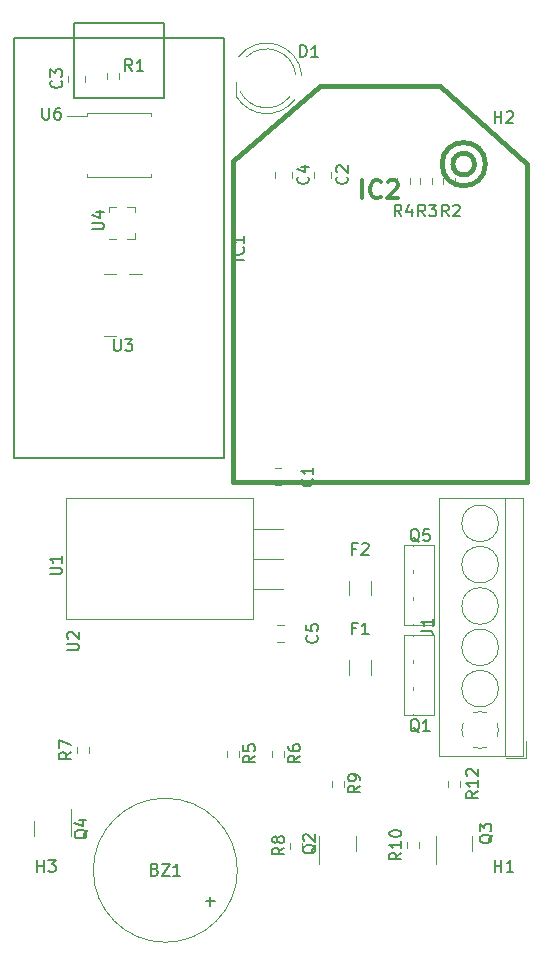
<source format=gto>
%TF.GenerationSoftware,KiCad,Pcbnew,(6.0.0-0)*%
%TF.CreationDate,2022-05-31T22:47:45-04:00*%
%TF.ProjectId,2021 - 2022 Flight Computer,32303231-202d-4203-9230-323220466c69,rev?*%
%TF.SameCoordinates,Original*%
%TF.FileFunction,Legend,Top*%
%TF.FilePolarity,Positive*%
%FSLAX46Y46*%
G04 Gerber Fmt 4.6, Leading zero omitted, Abs format (unit mm)*
G04 Created by KiCad (PCBNEW (6.0.0-0)) date 2022-05-31 22:47:45*
%MOMM*%
%LPD*%
G01*
G04 APERTURE LIST*
%ADD10C,0.150000*%
%ADD11C,0.304800*%
%ADD12C,0.120000*%
%ADD13C,0.381000*%
%ADD14C,0.100000*%
G04 APERTURE END LIST*
D10*
%TO.C,U3*%
X80738095Y-89652380D02*
X80738095Y-90461904D01*
X80785714Y-90557142D01*
X80833333Y-90604761D01*
X80928571Y-90652380D01*
X81119047Y-90652380D01*
X81214285Y-90604761D01*
X81261904Y-90557142D01*
X81309523Y-90461904D01*
X81309523Y-89652380D01*
X81690476Y-89652380D02*
X82309523Y-89652380D01*
X81976190Y-90033333D01*
X82119047Y-90033333D01*
X82214285Y-90080952D01*
X82261904Y-90128571D01*
X82309523Y-90223809D01*
X82309523Y-90461904D01*
X82261904Y-90557142D01*
X82214285Y-90604761D01*
X82119047Y-90652380D01*
X81833333Y-90652380D01*
X81738095Y-90604761D01*
X81690476Y-90557142D01*
%TO.C,U6*%
X74698095Y-70062380D02*
X74698095Y-70871904D01*
X74745714Y-70967142D01*
X74793333Y-71014761D01*
X74888571Y-71062380D01*
X75079047Y-71062380D01*
X75174285Y-71014761D01*
X75221904Y-70967142D01*
X75269523Y-70871904D01*
X75269523Y-70062380D01*
X76174285Y-70062380D02*
X75983809Y-70062380D01*
X75888571Y-70110000D01*
X75840952Y-70157619D01*
X75745714Y-70300476D01*
X75698095Y-70490952D01*
X75698095Y-70871904D01*
X75745714Y-70967142D01*
X75793333Y-71014761D01*
X75888571Y-71062380D01*
X76079047Y-71062380D01*
X76174285Y-71014761D01*
X76221904Y-70967142D01*
X76269523Y-70871904D01*
X76269523Y-70633809D01*
X76221904Y-70538571D01*
X76174285Y-70490952D01*
X76079047Y-70443333D01*
X75888571Y-70443333D01*
X75793333Y-70490952D01*
X75745714Y-70538571D01*
X75698095Y-70633809D01*
%TO.C,C1*%
X97517142Y-101486666D02*
X97564761Y-101534285D01*
X97612380Y-101677142D01*
X97612380Y-101772380D01*
X97564761Y-101915238D01*
X97469523Y-102010476D01*
X97374285Y-102058095D01*
X97183809Y-102105714D01*
X97040952Y-102105714D01*
X96850476Y-102058095D01*
X96755238Y-102010476D01*
X96660000Y-101915238D01*
X96612380Y-101772380D01*
X96612380Y-101677142D01*
X96660000Y-101534285D01*
X96707619Y-101486666D01*
X97612380Y-100534285D02*
X97612380Y-101105714D01*
X97612380Y-100820000D02*
X96612380Y-100820000D01*
X96755238Y-100915238D01*
X96850476Y-101010476D01*
X96898095Y-101105714D01*
%TO.C,C5*%
X97919642Y-114746666D02*
X97967261Y-114794285D01*
X98014880Y-114937142D01*
X98014880Y-115032380D01*
X97967261Y-115175238D01*
X97872023Y-115270476D01*
X97776785Y-115318095D01*
X97586309Y-115365714D01*
X97443452Y-115365714D01*
X97252976Y-115318095D01*
X97157738Y-115270476D01*
X97062500Y-115175238D01*
X97014880Y-115032380D01*
X97014880Y-114937142D01*
X97062500Y-114794285D01*
X97110119Y-114746666D01*
X97014880Y-113841904D02*
X97014880Y-114318095D01*
X97491071Y-114365714D01*
X97443452Y-114318095D01*
X97395833Y-114222857D01*
X97395833Y-113984761D01*
X97443452Y-113889523D01*
X97491071Y-113841904D01*
X97586309Y-113794285D01*
X97824404Y-113794285D01*
X97919642Y-113841904D01*
X97967261Y-113889523D01*
X98014880Y-113984761D01*
X98014880Y-114222857D01*
X97967261Y-114318095D01*
X97919642Y-114365714D01*
%TO.C,U1*%
X75312380Y-109571904D02*
X76121904Y-109571904D01*
X76217142Y-109524285D01*
X76264761Y-109476666D01*
X76312380Y-109381428D01*
X76312380Y-109190952D01*
X76264761Y-109095714D01*
X76217142Y-109048095D01*
X76121904Y-109000476D01*
X75312380Y-109000476D01*
X76312380Y-108000476D02*
X76312380Y-108571904D01*
X76312380Y-108286190D02*
X75312380Y-108286190D01*
X75455238Y-108381428D01*
X75550476Y-108476666D01*
X75598095Y-108571904D01*
%TO.C,R1*%
X82293333Y-66962380D02*
X81960000Y-66486190D01*
X81721904Y-66962380D02*
X81721904Y-65962380D01*
X82102857Y-65962380D01*
X82198095Y-66010000D01*
X82245714Y-66057619D01*
X82293333Y-66152857D01*
X82293333Y-66295714D01*
X82245714Y-66390952D01*
X82198095Y-66438571D01*
X82102857Y-66486190D01*
X81721904Y-66486190D01*
X83245714Y-66962380D02*
X82674285Y-66962380D01*
X82960000Y-66962380D02*
X82960000Y-65962380D01*
X82864761Y-66105238D01*
X82769523Y-66200476D01*
X82674285Y-66248095D01*
D11*
%TO.C,IC2*%
X101762285Y-77729428D02*
X101762285Y-76205428D01*
X103358857Y-77584285D02*
X103286285Y-77656857D01*
X103068571Y-77729428D01*
X102923428Y-77729428D01*
X102705714Y-77656857D01*
X102560571Y-77511714D01*
X102488000Y-77366571D01*
X102415428Y-77076285D01*
X102415428Y-76858571D01*
X102488000Y-76568285D01*
X102560571Y-76423142D01*
X102705714Y-76278000D01*
X102923428Y-76205428D01*
X103068571Y-76205428D01*
X103286285Y-76278000D01*
X103358857Y-76350571D01*
X103939428Y-76350571D02*
X104012000Y-76278000D01*
X104157142Y-76205428D01*
X104520000Y-76205428D01*
X104665142Y-76278000D01*
X104737714Y-76350571D01*
X104810285Y-76495714D01*
X104810285Y-76640857D01*
X104737714Y-76858571D01*
X103866857Y-77729428D01*
X104810285Y-77729428D01*
D10*
%TO.C,U4*%
X78912380Y-80371904D02*
X79721904Y-80371904D01*
X79817142Y-80324285D01*
X79864761Y-80276666D01*
X79912380Y-80181428D01*
X79912380Y-79990952D01*
X79864761Y-79895714D01*
X79817142Y-79848095D01*
X79721904Y-79800476D01*
X78912380Y-79800476D01*
X79245714Y-78895714D02*
X79912380Y-78895714D01*
X78864761Y-79133809D02*
X79579047Y-79371904D01*
X79579047Y-78752857D01*
%TO.C,H2*%
X112988095Y-71364380D02*
X112988095Y-70364380D01*
X112988095Y-70840571D02*
X113559523Y-70840571D01*
X113559523Y-71364380D02*
X113559523Y-70364380D01*
X113988095Y-70459619D02*
X114035714Y-70412000D01*
X114130952Y-70364380D01*
X114369047Y-70364380D01*
X114464285Y-70412000D01*
X114511904Y-70459619D01*
X114559523Y-70554857D01*
X114559523Y-70650095D01*
X114511904Y-70792952D01*
X113940476Y-71364380D01*
X114559523Y-71364380D01*
%TO.C,IC1*%
X91772380Y-82936190D02*
X90772380Y-82936190D01*
X91677142Y-81888571D02*
X91724761Y-81936190D01*
X91772380Y-82079047D01*
X91772380Y-82174285D01*
X91724761Y-82317142D01*
X91629523Y-82412380D01*
X91534285Y-82460000D01*
X91343809Y-82507619D01*
X91200952Y-82507619D01*
X91010476Y-82460000D01*
X90915238Y-82412380D01*
X90820000Y-82317142D01*
X90772380Y-82174285D01*
X90772380Y-82079047D01*
X90820000Y-81936190D01*
X90867619Y-81888571D01*
X91772380Y-80936190D02*
X91772380Y-81507619D01*
X91772380Y-81221904D02*
X90772380Y-81221904D01*
X90915238Y-81317142D01*
X91010476Y-81412380D01*
X91058095Y-81507619D01*
%TO.C,R4*%
X105093333Y-79262380D02*
X104760000Y-78786190D01*
X104521904Y-79262380D02*
X104521904Y-78262380D01*
X104902857Y-78262380D01*
X104998095Y-78310000D01*
X105045714Y-78357619D01*
X105093333Y-78452857D01*
X105093333Y-78595714D01*
X105045714Y-78690952D01*
X104998095Y-78738571D01*
X104902857Y-78786190D01*
X104521904Y-78786190D01*
X105950476Y-78595714D02*
X105950476Y-79262380D01*
X105712380Y-78214761D02*
X105474285Y-78929047D01*
X106093333Y-78929047D01*
%TO.C,U2*%
X76782380Y-116011904D02*
X77591904Y-116011904D01*
X77687142Y-115964285D01*
X77734761Y-115916666D01*
X77782380Y-115821428D01*
X77782380Y-115630952D01*
X77734761Y-115535714D01*
X77687142Y-115488095D01*
X77591904Y-115440476D01*
X76782380Y-115440476D01*
X76877619Y-115011904D02*
X76830000Y-114964285D01*
X76782380Y-114869047D01*
X76782380Y-114630952D01*
X76830000Y-114535714D01*
X76877619Y-114488095D01*
X76972857Y-114440476D01*
X77068095Y-114440476D01*
X77210952Y-114488095D01*
X77782380Y-115059523D01*
X77782380Y-114440476D01*
%TO.C,R6*%
X96502380Y-124926666D02*
X96026190Y-125260000D01*
X96502380Y-125498095D02*
X95502380Y-125498095D01*
X95502380Y-125117142D01*
X95550000Y-125021904D01*
X95597619Y-124974285D01*
X95692857Y-124926666D01*
X95835714Y-124926666D01*
X95930952Y-124974285D01*
X95978571Y-125021904D01*
X96026190Y-125117142D01*
X96026190Y-125498095D01*
X95502380Y-124069523D02*
X95502380Y-124260000D01*
X95550000Y-124355238D01*
X95597619Y-124402857D01*
X95740476Y-124498095D01*
X95930952Y-124545714D01*
X96311904Y-124545714D01*
X96407142Y-124498095D01*
X96454761Y-124450476D01*
X96502380Y-124355238D01*
X96502380Y-124164761D01*
X96454761Y-124069523D01*
X96407142Y-124021904D01*
X96311904Y-123974285D01*
X96073809Y-123974285D01*
X95978571Y-124021904D01*
X95930952Y-124069523D01*
X95883333Y-124164761D01*
X95883333Y-124355238D01*
X95930952Y-124450476D01*
X95978571Y-124498095D01*
X96073809Y-124545714D01*
%TO.C,C2*%
X100467142Y-75904666D02*
X100514761Y-75952285D01*
X100562380Y-76095142D01*
X100562380Y-76190380D01*
X100514761Y-76333238D01*
X100419523Y-76428476D01*
X100324285Y-76476095D01*
X100133809Y-76523714D01*
X99990952Y-76523714D01*
X99800476Y-76476095D01*
X99705238Y-76428476D01*
X99610000Y-76333238D01*
X99562380Y-76190380D01*
X99562380Y-76095142D01*
X99610000Y-75952285D01*
X99657619Y-75904666D01*
X99657619Y-75523714D02*
X99610000Y-75476095D01*
X99562380Y-75380857D01*
X99562380Y-75142761D01*
X99610000Y-75047523D01*
X99657619Y-74999904D01*
X99752857Y-74952285D01*
X99848095Y-74952285D01*
X99990952Y-74999904D01*
X100562380Y-75571333D01*
X100562380Y-74952285D01*
%TO.C,F1*%
X101266666Y-114126071D02*
X100933333Y-114126071D01*
X100933333Y-114649880D02*
X100933333Y-113649880D01*
X101409523Y-113649880D01*
X102314285Y-114649880D02*
X101742857Y-114649880D01*
X102028571Y-114649880D02*
X102028571Y-113649880D01*
X101933333Y-113792738D01*
X101838095Y-113887976D01*
X101742857Y-113935595D01*
%TO.C,C4*%
X97165142Y-75904666D02*
X97212761Y-75952285D01*
X97260380Y-76095142D01*
X97260380Y-76190380D01*
X97212761Y-76333238D01*
X97117523Y-76428476D01*
X97022285Y-76476095D01*
X96831809Y-76523714D01*
X96688952Y-76523714D01*
X96498476Y-76476095D01*
X96403238Y-76428476D01*
X96308000Y-76333238D01*
X96260380Y-76190380D01*
X96260380Y-76095142D01*
X96308000Y-75952285D01*
X96355619Y-75904666D01*
X96593714Y-75047523D02*
X97260380Y-75047523D01*
X96212761Y-75285619D02*
X96927047Y-75523714D01*
X96927047Y-74904666D01*
%TO.C,Q1*%
X106584761Y-122947619D02*
X106489523Y-122900000D01*
X106394285Y-122804761D01*
X106251428Y-122661904D01*
X106156190Y-122614285D01*
X106060952Y-122614285D01*
X106108571Y-122852380D02*
X106013333Y-122804761D01*
X105918095Y-122709523D01*
X105870476Y-122519047D01*
X105870476Y-122185714D01*
X105918095Y-121995238D01*
X106013333Y-121900000D01*
X106108571Y-121852380D01*
X106299047Y-121852380D01*
X106394285Y-121900000D01*
X106489523Y-121995238D01*
X106537142Y-122185714D01*
X106537142Y-122519047D01*
X106489523Y-122709523D01*
X106394285Y-122804761D01*
X106299047Y-122852380D01*
X106108571Y-122852380D01*
X107489523Y-122852380D02*
X106918095Y-122852380D01*
X107203809Y-122852380D02*
X107203809Y-121852380D01*
X107108571Y-121995238D01*
X107013333Y-122090476D01*
X106918095Y-122138095D01*
%TO.C,Q4*%
X78517619Y-131205238D02*
X78470000Y-131300476D01*
X78374761Y-131395714D01*
X78231904Y-131538571D01*
X78184285Y-131633809D01*
X78184285Y-131729047D01*
X78422380Y-131681428D02*
X78374761Y-131776666D01*
X78279523Y-131871904D01*
X78089047Y-131919523D01*
X77755714Y-131919523D01*
X77565238Y-131871904D01*
X77470000Y-131776666D01*
X77422380Y-131681428D01*
X77422380Y-131490952D01*
X77470000Y-131395714D01*
X77565238Y-131300476D01*
X77755714Y-131252857D01*
X78089047Y-131252857D01*
X78279523Y-131300476D01*
X78374761Y-131395714D01*
X78422380Y-131490952D01*
X78422380Y-131681428D01*
X77755714Y-130395714D02*
X78422380Y-130395714D01*
X77374761Y-130633809D02*
X78089047Y-130871904D01*
X78089047Y-130252857D01*
%TO.C,Q5*%
X106584761Y-106827619D02*
X106489523Y-106780000D01*
X106394285Y-106684761D01*
X106251428Y-106541904D01*
X106156190Y-106494285D01*
X106060952Y-106494285D01*
X106108571Y-106732380D02*
X106013333Y-106684761D01*
X105918095Y-106589523D01*
X105870476Y-106399047D01*
X105870476Y-106065714D01*
X105918095Y-105875238D01*
X106013333Y-105780000D01*
X106108571Y-105732380D01*
X106299047Y-105732380D01*
X106394285Y-105780000D01*
X106489523Y-105875238D01*
X106537142Y-106065714D01*
X106537142Y-106399047D01*
X106489523Y-106589523D01*
X106394285Y-106684761D01*
X106299047Y-106732380D01*
X106108571Y-106732380D01*
X107441904Y-105732380D02*
X106965714Y-105732380D01*
X106918095Y-106208571D01*
X106965714Y-106160952D01*
X107060952Y-106113333D01*
X107299047Y-106113333D01*
X107394285Y-106160952D01*
X107441904Y-106208571D01*
X107489523Y-106303809D01*
X107489523Y-106541904D01*
X107441904Y-106637142D01*
X107394285Y-106684761D01*
X107299047Y-106732380D01*
X107060952Y-106732380D01*
X106965714Y-106684761D01*
X106918095Y-106637142D01*
%TO.C,H3*%
X74238095Y-134752380D02*
X74238095Y-133752380D01*
X74238095Y-134228571D02*
X74809523Y-134228571D01*
X74809523Y-134752380D02*
X74809523Y-133752380D01*
X75190476Y-133752380D02*
X75809523Y-133752380D01*
X75476190Y-134133333D01*
X75619047Y-134133333D01*
X75714285Y-134180952D01*
X75761904Y-134228571D01*
X75809523Y-134323809D01*
X75809523Y-134561904D01*
X75761904Y-134657142D01*
X75714285Y-134704761D01*
X75619047Y-134752380D01*
X75333333Y-134752380D01*
X75238095Y-134704761D01*
X75190476Y-134657142D01*
%TO.C,C3*%
X76279142Y-67776666D02*
X76326761Y-67824285D01*
X76374380Y-67967142D01*
X76374380Y-68062380D01*
X76326761Y-68205238D01*
X76231523Y-68300476D01*
X76136285Y-68348095D01*
X75945809Y-68395714D01*
X75802952Y-68395714D01*
X75612476Y-68348095D01*
X75517238Y-68300476D01*
X75422000Y-68205238D01*
X75374380Y-68062380D01*
X75374380Y-67967142D01*
X75422000Y-67824285D01*
X75469619Y-67776666D01*
X75374380Y-67443333D02*
X75374380Y-66824285D01*
X75755333Y-67157619D01*
X75755333Y-67014761D01*
X75802952Y-66919523D01*
X75850571Y-66871904D01*
X75945809Y-66824285D01*
X76183904Y-66824285D01*
X76279142Y-66871904D01*
X76326761Y-66919523D01*
X76374380Y-67014761D01*
X76374380Y-67300476D01*
X76326761Y-67395714D01*
X76279142Y-67443333D01*
%TO.C,R5*%
X92692380Y-124926666D02*
X92216190Y-125260000D01*
X92692380Y-125498095D02*
X91692380Y-125498095D01*
X91692380Y-125117142D01*
X91740000Y-125021904D01*
X91787619Y-124974285D01*
X91882857Y-124926666D01*
X92025714Y-124926666D01*
X92120952Y-124974285D01*
X92168571Y-125021904D01*
X92216190Y-125117142D01*
X92216190Y-125498095D01*
X91692380Y-124021904D02*
X91692380Y-124498095D01*
X92168571Y-124545714D01*
X92120952Y-124498095D01*
X92073333Y-124402857D01*
X92073333Y-124164761D01*
X92120952Y-124069523D01*
X92168571Y-124021904D01*
X92263809Y-123974285D01*
X92501904Y-123974285D01*
X92597142Y-124021904D01*
X92644761Y-124069523D01*
X92692380Y-124164761D01*
X92692380Y-124402857D01*
X92644761Y-124498095D01*
X92597142Y-124545714D01*
%TO.C,J1*%
X106742380Y-114333333D02*
X107456666Y-114333333D01*
X107599523Y-114380952D01*
X107694761Y-114476190D01*
X107742380Y-114619047D01*
X107742380Y-114714285D01*
X107742380Y-113333333D02*
X107742380Y-113904761D01*
X107742380Y-113619047D02*
X106742380Y-113619047D01*
X106885238Y-113714285D01*
X106980476Y-113809523D01*
X107028095Y-113904761D01*
%TO.C,BZ1*%
X84219047Y-134548571D02*
X84361904Y-134596190D01*
X84409523Y-134643809D01*
X84457142Y-134739047D01*
X84457142Y-134881904D01*
X84409523Y-134977142D01*
X84361904Y-135024761D01*
X84266666Y-135072380D01*
X83885714Y-135072380D01*
X83885714Y-134072380D01*
X84219047Y-134072380D01*
X84314285Y-134120000D01*
X84361904Y-134167619D01*
X84409523Y-134262857D01*
X84409523Y-134358095D01*
X84361904Y-134453333D01*
X84314285Y-134500952D01*
X84219047Y-134548571D01*
X83885714Y-134548571D01*
X84790476Y-134072380D02*
X85457142Y-134072380D01*
X84790476Y-135072380D01*
X85457142Y-135072380D01*
X86361904Y-135072380D02*
X85790476Y-135072380D01*
X86076190Y-135072380D02*
X86076190Y-134072380D01*
X85980952Y-134215238D01*
X85885714Y-134310476D01*
X85790476Y-134358095D01*
X88529047Y-137231428D02*
X89290952Y-137231428D01*
X88910000Y-137612380D02*
X88910000Y-136850476D01*
%TO.C,R12*%
X111582380Y-127942857D02*
X111106190Y-128276190D01*
X111582380Y-128514285D02*
X110582380Y-128514285D01*
X110582380Y-128133333D01*
X110630000Y-128038095D01*
X110677619Y-127990476D01*
X110772857Y-127942857D01*
X110915714Y-127942857D01*
X111010952Y-127990476D01*
X111058571Y-128038095D01*
X111106190Y-128133333D01*
X111106190Y-128514285D01*
X111582380Y-126990476D02*
X111582380Y-127561904D01*
X111582380Y-127276190D02*
X110582380Y-127276190D01*
X110725238Y-127371428D01*
X110820476Y-127466666D01*
X110868095Y-127561904D01*
X110677619Y-126609523D02*
X110630000Y-126561904D01*
X110582380Y-126466666D01*
X110582380Y-126228571D01*
X110630000Y-126133333D01*
X110677619Y-126085714D01*
X110772857Y-126038095D01*
X110868095Y-126038095D01*
X111010952Y-126085714D01*
X111582380Y-126657142D01*
X111582380Y-126038095D01*
%TO.C,R7*%
X77132380Y-124626666D02*
X76656190Y-124960000D01*
X77132380Y-125198095D02*
X76132380Y-125198095D01*
X76132380Y-124817142D01*
X76180000Y-124721904D01*
X76227619Y-124674285D01*
X76322857Y-124626666D01*
X76465714Y-124626666D01*
X76560952Y-124674285D01*
X76608571Y-124721904D01*
X76656190Y-124817142D01*
X76656190Y-125198095D01*
X76132380Y-124293333D02*
X76132380Y-123626666D01*
X77132380Y-124055238D01*
%TO.C,Q3*%
X112807619Y-131605238D02*
X112760000Y-131700476D01*
X112664761Y-131795714D01*
X112521904Y-131938571D01*
X112474285Y-132033809D01*
X112474285Y-132129047D01*
X112712380Y-132081428D02*
X112664761Y-132176666D01*
X112569523Y-132271904D01*
X112379047Y-132319523D01*
X112045714Y-132319523D01*
X111855238Y-132271904D01*
X111760000Y-132176666D01*
X111712380Y-132081428D01*
X111712380Y-131890952D01*
X111760000Y-131795714D01*
X111855238Y-131700476D01*
X112045714Y-131652857D01*
X112379047Y-131652857D01*
X112569523Y-131700476D01*
X112664761Y-131795714D01*
X112712380Y-131890952D01*
X112712380Y-132081428D01*
X111712380Y-131319523D02*
X111712380Y-130700476D01*
X112093333Y-131033809D01*
X112093333Y-130890952D01*
X112140952Y-130795714D01*
X112188571Y-130748095D01*
X112283809Y-130700476D01*
X112521904Y-130700476D01*
X112617142Y-130748095D01*
X112664761Y-130795714D01*
X112712380Y-130890952D01*
X112712380Y-131176666D01*
X112664761Y-131271904D01*
X112617142Y-131319523D01*
%TO.C,R8*%
X95166380Y-132697166D02*
X94690190Y-133030500D01*
X95166380Y-133268595D02*
X94166380Y-133268595D01*
X94166380Y-132887642D01*
X94214000Y-132792404D01*
X94261619Y-132744785D01*
X94356857Y-132697166D01*
X94499714Y-132697166D01*
X94594952Y-132744785D01*
X94642571Y-132792404D01*
X94690190Y-132887642D01*
X94690190Y-133268595D01*
X94594952Y-132125738D02*
X94547333Y-132220976D01*
X94499714Y-132268595D01*
X94404476Y-132316214D01*
X94356857Y-132316214D01*
X94261619Y-132268595D01*
X94214000Y-132220976D01*
X94166380Y-132125738D01*
X94166380Y-131935261D01*
X94214000Y-131840023D01*
X94261619Y-131792404D01*
X94356857Y-131744785D01*
X94404476Y-131744785D01*
X94499714Y-131792404D01*
X94547333Y-131840023D01*
X94594952Y-131935261D01*
X94594952Y-132125738D01*
X94642571Y-132220976D01*
X94690190Y-132268595D01*
X94785428Y-132316214D01*
X94975904Y-132316214D01*
X95071142Y-132268595D01*
X95118761Y-132220976D01*
X95166380Y-132125738D01*
X95166380Y-131935261D01*
X95118761Y-131840023D01*
X95071142Y-131792404D01*
X94975904Y-131744785D01*
X94785428Y-131744785D01*
X94690190Y-131792404D01*
X94642571Y-131840023D01*
X94594952Y-131935261D01*
%TO.C,R2*%
X109093333Y-79262380D02*
X108760000Y-78786190D01*
X108521904Y-79262380D02*
X108521904Y-78262380D01*
X108902857Y-78262380D01*
X108998095Y-78310000D01*
X109045714Y-78357619D01*
X109093333Y-78452857D01*
X109093333Y-78595714D01*
X109045714Y-78690952D01*
X108998095Y-78738571D01*
X108902857Y-78786190D01*
X108521904Y-78786190D01*
X109474285Y-78357619D02*
X109521904Y-78310000D01*
X109617142Y-78262380D01*
X109855238Y-78262380D01*
X109950476Y-78310000D01*
X109998095Y-78357619D01*
X110045714Y-78452857D01*
X110045714Y-78548095D01*
X109998095Y-78690952D01*
X109426666Y-79262380D01*
X110045714Y-79262380D01*
%TO.C,D1*%
X96521904Y-65762380D02*
X96521904Y-64762380D01*
X96760000Y-64762380D01*
X96902857Y-64810000D01*
X96998095Y-64905238D01*
X97045714Y-65000476D01*
X97093333Y-65190952D01*
X97093333Y-65333809D01*
X97045714Y-65524285D01*
X96998095Y-65619523D01*
X96902857Y-65714761D01*
X96760000Y-65762380D01*
X96521904Y-65762380D01*
X98045714Y-65762380D02*
X97474285Y-65762380D01*
X97760000Y-65762380D02*
X97760000Y-64762380D01*
X97664761Y-64905238D01*
X97569523Y-65000476D01*
X97474285Y-65048095D01*
%TO.C,R10*%
X105072380Y-133126357D02*
X104596190Y-133459690D01*
X105072380Y-133697785D02*
X104072380Y-133697785D01*
X104072380Y-133316833D01*
X104120000Y-133221595D01*
X104167619Y-133173976D01*
X104262857Y-133126357D01*
X104405714Y-133126357D01*
X104500952Y-133173976D01*
X104548571Y-133221595D01*
X104596190Y-133316833D01*
X104596190Y-133697785D01*
X105072380Y-132173976D02*
X105072380Y-132745404D01*
X105072380Y-132459690D02*
X104072380Y-132459690D01*
X104215238Y-132554928D01*
X104310476Y-132650166D01*
X104358095Y-132745404D01*
X104072380Y-131554928D02*
X104072380Y-131459690D01*
X104120000Y-131364452D01*
X104167619Y-131316833D01*
X104262857Y-131269214D01*
X104453333Y-131221595D01*
X104691428Y-131221595D01*
X104881904Y-131269214D01*
X104977142Y-131316833D01*
X105024761Y-131364452D01*
X105072380Y-131459690D01*
X105072380Y-131554928D01*
X105024761Y-131650166D01*
X104977142Y-131697785D01*
X104881904Y-131745404D01*
X104691428Y-131793023D01*
X104453333Y-131793023D01*
X104262857Y-131745404D01*
X104167619Y-131697785D01*
X104120000Y-131650166D01*
X104072380Y-131554928D01*
%TO.C,Q2*%
X97847619Y-132475238D02*
X97800000Y-132570476D01*
X97704761Y-132665714D01*
X97561904Y-132808571D01*
X97514285Y-132903809D01*
X97514285Y-132999047D01*
X97752380Y-132951428D02*
X97704761Y-133046666D01*
X97609523Y-133141904D01*
X97419047Y-133189523D01*
X97085714Y-133189523D01*
X96895238Y-133141904D01*
X96800000Y-133046666D01*
X96752380Y-132951428D01*
X96752380Y-132760952D01*
X96800000Y-132665714D01*
X96895238Y-132570476D01*
X97085714Y-132522857D01*
X97419047Y-132522857D01*
X97609523Y-132570476D01*
X97704761Y-132665714D01*
X97752380Y-132760952D01*
X97752380Y-132951428D01*
X96847619Y-132141904D02*
X96800000Y-132094285D01*
X96752380Y-131999047D01*
X96752380Y-131760952D01*
X96800000Y-131665714D01*
X96847619Y-131618095D01*
X96942857Y-131570476D01*
X97038095Y-131570476D01*
X97180952Y-131618095D01*
X97752380Y-132189523D01*
X97752380Y-131570476D01*
%TO.C,R9*%
X101582380Y-127466666D02*
X101106190Y-127800000D01*
X101582380Y-128038095D02*
X100582380Y-128038095D01*
X100582380Y-127657142D01*
X100630000Y-127561904D01*
X100677619Y-127514285D01*
X100772857Y-127466666D01*
X100915714Y-127466666D01*
X101010952Y-127514285D01*
X101058571Y-127561904D01*
X101106190Y-127657142D01*
X101106190Y-128038095D01*
X101582380Y-126990476D02*
X101582380Y-126800000D01*
X101534761Y-126704761D01*
X101487142Y-126657142D01*
X101344285Y-126561904D01*
X101153809Y-126514285D01*
X100772857Y-126514285D01*
X100677619Y-126561904D01*
X100630000Y-126609523D01*
X100582380Y-126704761D01*
X100582380Y-126895238D01*
X100630000Y-126990476D01*
X100677619Y-127038095D01*
X100772857Y-127085714D01*
X101010952Y-127085714D01*
X101106190Y-127038095D01*
X101153809Y-126990476D01*
X101201428Y-126895238D01*
X101201428Y-126704761D01*
X101153809Y-126609523D01*
X101106190Y-126561904D01*
X101010952Y-126514285D01*
%TO.C,R3*%
X107093333Y-79262380D02*
X106760000Y-78786190D01*
X106521904Y-79262380D02*
X106521904Y-78262380D01*
X106902857Y-78262380D01*
X106998095Y-78310000D01*
X107045714Y-78357619D01*
X107093333Y-78452857D01*
X107093333Y-78595714D01*
X107045714Y-78690952D01*
X106998095Y-78738571D01*
X106902857Y-78786190D01*
X106521904Y-78786190D01*
X107426666Y-78262380D02*
X108045714Y-78262380D01*
X107712380Y-78643333D01*
X107855238Y-78643333D01*
X107950476Y-78690952D01*
X107998095Y-78738571D01*
X108045714Y-78833809D01*
X108045714Y-79071904D01*
X107998095Y-79167142D01*
X107950476Y-79214761D01*
X107855238Y-79262380D01*
X107569523Y-79262380D01*
X107474285Y-79214761D01*
X107426666Y-79167142D01*
%TO.C,H1*%
X112988095Y-134752380D02*
X112988095Y-133752380D01*
X112988095Y-134228571D02*
X113559523Y-134228571D01*
X113559523Y-134752380D02*
X113559523Y-133752380D01*
X114559523Y-134752380D02*
X113988095Y-134752380D01*
X114273809Y-134752380D02*
X114273809Y-133752380D01*
X114178571Y-133895238D01*
X114083333Y-133990476D01*
X113988095Y-134038095D01*
%TO.C,F2*%
X101266666Y-107388571D02*
X100933333Y-107388571D01*
X100933333Y-107912380D02*
X100933333Y-106912380D01*
X101409523Y-106912380D01*
X101742857Y-107007619D02*
X101790476Y-106960000D01*
X101885714Y-106912380D01*
X102123809Y-106912380D01*
X102219047Y-106960000D01*
X102266666Y-107007619D01*
X102314285Y-107102857D01*
X102314285Y-107198095D01*
X102266666Y-107340952D01*
X101695238Y-107912380D01*
X102314285Y-107912380D01*
D12*
%TO.C,U3*%
X80940000Y-84140000D02*
X79890000Y-84140000D01*
X82060000Y-84140000D02*
X83110000Y-84140000D01*
X80940000Y-89360000D02*
X79890000Y-89360000D01*
%TO.C,U6*%
X83883000Y-75923000D02*
X83883000Y-75663000D01*
X81158000Y-70473000D02*
X83883000Y-70473000D01*
X81158000Y-70473000D02*
X78433000Y-70473000D01*
X83883000Y-70473000D02*
X83883000Y-70733000D01*
X78433000Y-70473000D02*
X78433000Y-70733000D01*
X78433000Y-75923000D02*
X78433000Y-75663000D01*
X78433000Y-70733000D02*
X76758000Y-70733000D01*
X81158000Y-75923000D02*
X83883000Y-75923000D01*
X81158000Y-75923000D02*
X78433000Y-75923000D01*
%TO.C,C1*%
X94881252Y-100565000D02*
X94358748Y-100565000D01*
X94881252Y-102035000D02*
X94358748Y-102035000D01*
%TO.C,C5*%
X95113752Y-113865000D02*
X94591248Y-113865000D01*
X95113752Y-115335000D02*
X94591248Y-115335000D01*
%TO.C,U1*%
X92540000Y-108250000D02*
X95080000Y-108250000D01*
X92540000Y-110790000D02*
X95080000Y-110790000D01*
X92540000Y-113370000D02*
X92540000Y-103130000D01*
X76650000Y-113370000D02*
X92540000Y-113370000D01*
X92540000Y-105710000D02*
X95080000Y-105710000D01*
X76650000Y-103130000D02*
X92540000Y-103130000D01*
X76650000Y-113370000D02*
X76650000Y-103130000D01*
%TO.C,R1*%
X80127500Y-67101276D02*
X80127500Y-67610724D01*
X81172500Y-67101276D02*
X81172500Y-67610724D01*
D13*
%TO.C,IC2*%
X93090000Y-101764000D02*
X90804000Y-101764000D01*
X115696000Y-98970000D02*
X115696000Y-100748000D01*
X115696000Y-74840000D02*
X115696000Y-98970000D01*
X115696000Y-100748000D02*
X115696000Y-101764000D01*
X93090000Y-101764000D02*
X114680000Y-101764000D01*
X114680000Y-101764000D02*
X115696000Y-101764000D01*
X90804000Y-98970000D02*
X90804000Y-74586000D01*
X90804000Y-98970000D02*
X90804000Y-100748000D01*
X90804000Y-100748000D02*
X90804000Y-101764000D01*
X90804000Y-74586000D02*
X98170000Y-68236000D01*
X108330000Y-68236000D02*
X115696000Y-74840000D01*
X98170000Y-68236000D02*
X108330000Y-68236000D01*
X111277810Y-74840000D02*
G75*
G03*
X111277810Y-74840000I-915810J0D01*
G01*
X112193620Y-74840000D02*
G75*
G03*
X112193620Y-74840000I-1831620J0D01*
G01*
D14*
%TO.C,U4*%
X82512000Y-78932000D02*
X82512000Y-78452000D01*
X80952000Y-81152000D02*
X80312000Y-81152000D01*
X82512000Y-81152000D02*
X81872000Y-81152000D01*
X80312000Y-78932000D02*
X80312000Y-78452000D01*
X82512000Y-81152000D02*
X82512000Y-80672000D01*
X80952000Y-78452000D02*
X80312000Y-78452000D01*
X82512000Y-78452000D02*
X81872000Y-78452000D01*
D10*
%TO.C,IC1*%
X72270000Y-99740000D02*
X72270000Y-64180000D01*
X90050000Y-64180000D02*
X90050000Y-99740000D01*
X77350000Y-64180000D02*
X77350000Y-62910000D01*
X84970000Y-62910000D02*
X84970000Y-64180000D01*
X90050000Y-99740000D02*
X72270000Y-99740000D01*
X72270000Y-64180000D02*
X90050000Y-64180000D01*
X77350000Y-62910000D02*
X84970000Y-62910000D01*
X77350000Y-69260000D02*
X84970000Y-69260000D01*
X77350000Y-69260000D02*
X77350000Y-64180000D01*
X84970000Y-69260000D02*
X84970000Y-64180000D01*
D12*
%TO.C,R4*%
X105782500Y-75991276D02*
X105782500Y-76500724D01*
X104737500Y-75991276D02*
X104737500Y-76500724D01*
%TO.C,R6*%
X95142500Y-124505276D02*
X95142500Y-125014724D01*
X94097500Y-124505276D02*
X94097500Y-125014724D01*
%TO.C,C2*%
X99165000Y-75476748D02*
X99165000Y-75999252D01*
X97695000Y-75476748D02*
X97695000Y-75999252D01*
%TO.C,F1*%
X100690000Y-116857936D02*
X100690000Y-118062064D01*
X102510000Y-116857936D02*
X102510000Y-118062064D01*
%TO.C,C4*%
X95863000Y-75476748D02*
X95863000Y-75999252D01*
X94393000Y-75476748D02*
X94393000Y-75999252D01*
%TO.C,Q1*%
X106029000Y-119391000D02*
X106029000Y-119118000D01*
X105290000Y-121520000D02*
X107830000Y-121520000D01*
X105290000Y-114700000D02*
X107830000Y-114700000D01*
X105290000Y-121520000D02*
X105290000Y-114700000D01*
X106029000Y-117101000D02*
X106029000Y-116828000D01*
X106029000Y-114811000D02*
X106029000Y-114700000D01*
X107830000Y-121520000D02*
X107830000Y-114700000D01*
X106029000Y-121520000D02*
X106029000Y-121409000D01*
%TO.C,Q4*%
X77130000Y-131110000D02*
X77130000Y-129435000D01*
X74010000Y-131110000D02*
X74010000Y-131760000D01*
X74010000Y-131110000D02*
X74010000Y-130460000D01*
X77130000Y-131110000D02*
X77130000Y-131760000D01*
%TO.C,Q5*%
X105290000Y-113900000D02*
X105290000Y-107080000D01*
X107830000Y-113900000D02*
X107830000Y-107080000D01*
X106029000Y-109481000D02*
X106029000Y-109208000D01*
X105290000Y-107080000D02*
X107830000Y-107080000D01*
X106029000Y-113900000D02*
X106029000Y-113789000D01*
X106029000Y-107191000D02*
X106029000Y-107080000D01*
X105290000Y-113900000D02*
X107830000Y-113900000D01*
X106029000Y-111771000D02*
X106029000Y-111498000D01*
%TO.C,C3*%
X78337000Y-67871252D02*
X78337000Y-67348748D01*
X76867000Y-67871252D02*
X76867000Y-67348748D01*
%TO.C,R5*%
X91332500Y-124505276D02*
X91332500Y-125014724D01*
X90287500Y-124505276D02*
X90287500Y-125014724D01*
%TO.C,J1*%
X108290000Y-124910000D02*
X115410000Y-124910000D01*
X113910000Y-125150000D02*
X115650000Y-125150000D01*
X108290000Y-124910000D02*
X108290000Y-103090000D01*
X115650000Y-125150000D02*
X115650000Y-123650000D01*
X113850000Y-124910000D02*
X113850000Y-103090000D01*
X108290000Y-103090000D02*
X115410000Y-103090000D01*
X115410000Y-124910000D02*
X115410000Y-103090000D01*
X113182000Y-123358000D02*
G75*
G03*
X113305493Y-122722989I-1431988J607998D01*
G01*
X112358000Y-121318000D02*
G75*
G03*
X111142258Y-121317891I-607999J-1432003D01*
G01*
X111142000Y-124182000D02*
G75*
G03*
X112357742Y-124182109I607999J1432003D01*
G01*
X113305000Y-122750000D02*
G75*
G03*
X113181385Y-122142413I-1554997J1D01*
G01*
X110318000Y-122142000D02*
G75*
G03*
X110317891Y-123357742I1432003J-607999D01*
G01*
X113305000Y-112250000D02*
G75*
G03*
X113305000Y-112250000I-1555000J0D01*
G01*
X113305000Y-108750000D02*
G75*
G03*
X113305000Y-108750000I-1555000J0D01*
G01*
X113305000Y-119250000D02*
G75*
G03*
X113305000Y-119250000I-1555000J0D01*
G01*
X113305000Y-105250000D02*
G75*
G03*
X113305000Y-105250000I-1555000J0D01*
G01*
X113305000Y-115750000D02*
G75*
G03*
X113305000Y-115750000I-1555000J0D01*
G01*
%TO.C,BZ1*%
X91200000Y-134620000D02*
G75*
G03*
X91200000Y-134620000I-6100000J0D01*
G01*
%TO.C,R12*%
X109017500Y-127045276D02*
X109017500Y-127554724D01*
X110062500Y-127045276D02*
X110062500Y-127554724D01*
%TO.C,R7*%
X78632500Y-124714724D02*
X78632500Y-124205276D01*
X77587500Y-124714724D02*
X77587500Y-124205276D01*
%TO.C,Q3*%
X111100000Y-132380000D02*
X111100000Y-133030000D01*
X107980000Y-132380000D02*
X107980000Y-134055000D01*
X107980000Y-132380000D02*
X107980000Y-131730000D01*
X111100000Y-132380000D02*
X111100000Y-131730000D01*
%TO.C,R8*%
X95621500Y-132785224D02*
X95621500Y-132275776D01*
X96666500Y-132785224D02*
X96666500Y-132275776D01*
%TO.C,R2*%
X108575500Y-75991276D02*
X108575500Y-76500724D01*
X109620500Y-75991276D02*
X109620500Y-76500724D01*
%TO.C,D1*%
X91113000Y-67871188D02*
X91113000Y-69117000D01*
X96649836Y-67313784D02*
G75*
G03*
X91288000Y-65772000I-2976836J-258216D01*
G01*
X96153090Y-67285579D02*
G75*
G03*
X91920401Y-65794001I-2480090J-286421D01*
G01*
X91113000Y-69116830D02*
G75*
G03*
X96064334Y-69366887I2560000J1544830D01*
G01*
X91418315Y-68652000D02*
G75*
G03*
X95632086Y-69125056I2254685J1080001D01*
G01*
%TO.C,R10*%
X106572500Y-132738224D02*
X106572500Y-132228776D01*
X105527500Y-132738224D02*
X105527500Y-132228776D01*
%TO.C,Q2*%
X98140000Y-132380000D02*
X98140000Y-131730000D01*
X101260000Y-132380000D02*
X101260000Y-133030000D01*
X98140000Y-132380000D02*
X98140000Y-134055000D01*
X101260000Y-132380000D02*
X101260000Y-131730000D01*
%TO.C,R9*%
X100222500Y-127045276D02*
X100222500Y-127554724D01*
X99177500Y-127045276D02*
X99177500Y-127554724D01*
%TO.C,R3*%
X106637500Y-75991276D02*
X106637500Y-76500724D01*
X107682500Y-75991276D02*
X107682500Y-76500724D01*
%TO.C,F2*%
X102510000Y-111312064D02*
X102510000Y-110107936D01*
X100690000Y-111312064D02*
X100690000Y-110107936D01*
%TD*%
M02*

</source>
